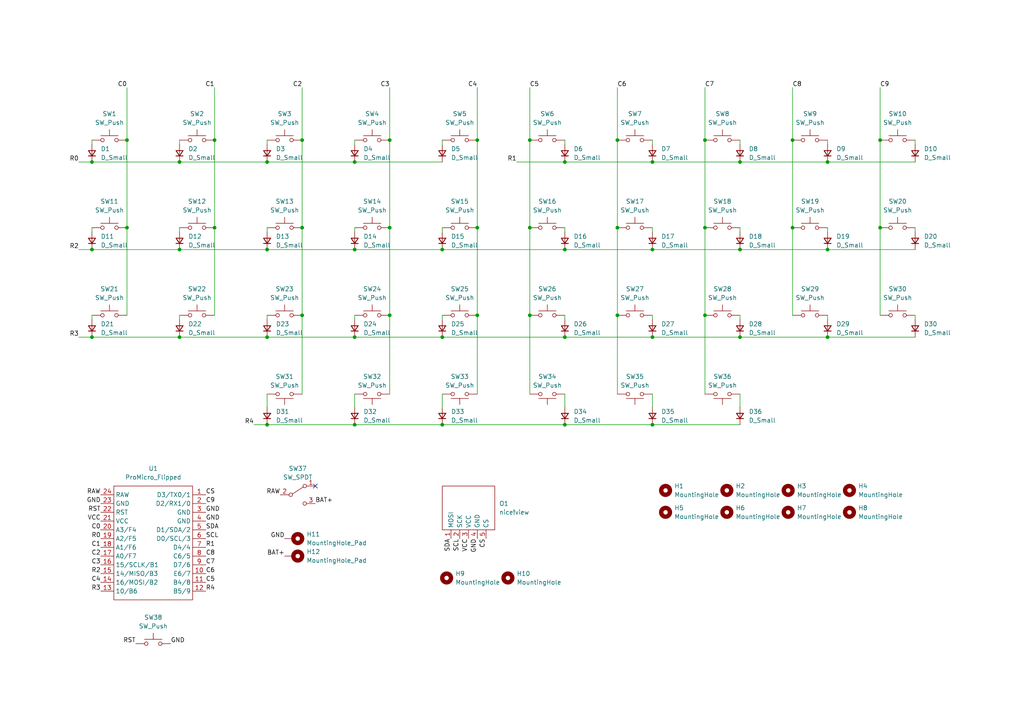
<source format=kicad_sch>
(kicad_sch (version 20230121) (generator eeschema)
  (paper "A4")
  (lib_symbols
    (symbol "Device:D_Small" (pin_numbers hide) (pin_names (offset 0.254) hide)
      (property "Reference" "D" (at -1.27 2.032 0))
      (property "Value" "D_Small" (at -3.81 -2.032 0))
      (symbol "D_Small_0_1"
        (polyline (pts (xy -0.762 -1.016) (xy -0.762 1.016)) (stroke (width 0.254)))
        (polyline (pts (xy -0.762 0) (xy 0.762 0)))
        (polyline (pts (xy 0.762 -1.016) (xy -0.762 0) (xy 0.762 1.016) (xy 0.762 -1.016)) (stroke (width 0.254)))
      )
      (symbol "D_Small_1_1"
        (pin passive line (at -2.54 0 0) (length 1.778) (name "K") (number "1"))
        (pin passive line (at 2.54 0 180) (length 1.778) (name "A") (number "2"))
      )
    )
    (symbol "Mechanical:MountingHole" (pin_names (offset 1.016))
      (property "Reference" "H" (at 0 5.08 0))
      (property "Value" "MountingHole" (at 0 3.175 0))
      (symbol "MountingHole_0_1"
        (circle (center 0 0) (radius 1.27) (stroke (width 1.27)))
      )
    )
    (symbol "Mechanical:MountingHole_Pad" (pin_numbers hide) (pin_names (offset 1.016) hide)
      (property "Reference" "H" (at 0 6.35 0))
      (property "Value" "MountingHole_Pad" (at 0 4.445 0))
      (symbol "MountingHole_Pad_0_1"
        (circle (center 0 1.27) (radius 1.27) (stroke (width 1.27)))
      )
      (symbol "MountingHole_Pad_1_1"
        (pin input line (at 0 -2.54 90) (length 2.54) (name "1") (number "1"))
      )
    )
    (symbol "Switch:SW_Push" (pin_numbers hide) (pin_names (offset 1.016) hide)
      (property "Reference" "SW" (at 1.27 2.54 0))
      (property "Value" "SW_Push" (at 0 -1.524 0))
      (symbol "SW_Push_0_1"
        (circle (center -2.032 0) (radius 0.508))
        (polyline (pts (xy 0 1.27) (xy 0 3.048)))
        (polyline (pts (xy 2.54 1.27) (xy -2.54 1.27)))
        (circle (center 2.032 0) (radius 0.508))
        (pin passive line (at -5.08 0 0) (length 2.54) (name "1") (number "1"))
        (pin passive line (at 5.08 0 180) (length 2.54) (name "2") (number "2"))
      )
    )
    (symbol "Switch:SW_SPDT" (pin_names (offset 0) hide)
      (property "Reference" "SW" (at 0 4.318 0))
      (property "Value" "SW_SPDT" (at 0 -5.08 0))
      (symbol "SW_SPDT_0_0"
        (circle (center -2.032 0) (radius 0.508))
        (circle (center 2.032 -2.54) (radius 0.508))
      )
      (symbol "SW_SPDT_0_1"
        (polyline (pts (xy -1.524 0.254) (xy 1.651 2.286)))
        (circle (center 2.032 2.54) (radius 0.508))
      )
      (symbol "SW_SPDT_1_1"
        (pin passive line (at 5.08 2.54 180) (length 2.54) (name "A") (number "1"))
        (pin passive line (at -5.08 0 0) (length 2.54) (name "B") (number "2"))
        (pin passive line (at 5.08 -2.54 180) (length 2.54) (name "C") (number "3"))
      )
    )
    (symbol "keeb-parts:ProMicro_Flipped"
      (property "Reference" "U" (at 0 17.78 0))
      (property "Value" "ProMicro_Flipped" (at 0 -17.78 0))
      (symbol "ProMicro_Flipped_0_1"
        (rectangle (start -11.43 16.51) (end 11.43 -16.51))
      )
      (symbol "ProMicro_Flipped_1_1"
        (pin bidirectional line (at 15.24 13.97 180) (length 3.81) (name "D3/TX0/1") (number "1"))
        (pin bidirectional line (at 15.24 -8.89 180) (length 3.81) (name "E6/7") (number "10"))
        (pin bidirectional line (at 15.24 -11.43 180) (length 3.81) (name "B4/8") (number "11"))
        (pin bidirectional line (at 15.24 -13.97 180) (length 3.81) (name "B5/9") (number "12"))
        (pin bidirectional line (at -15.24 -13.97 0) (length 3.81) (name "10/B6") (number "13"))
        (pin bidirectional line (at -15.24 -11.43 0) (length 3.81) (name "16/MOSI/B2") (number "14"))
        (pin bidirectional line (at -15.24 -8.89 0) (length 3.81) (name "14/MISO/B3") (number "15"))
        (pin bidirectional line (at -15.24 -6.35 0) (length 3.81) (name "15/SCLK/B1") (number "16"))
        (pin bidirectional line (at -15.24 -3.81 0) (length 3.81) (name "A0/F7") (number "17"))
        (pin bidirectional line (at -15.24 -1.27 0) (length 3.81) (name "A1/F6") (number "18"))
        (pin bidirectional line (at -15.24 1.27 0) (length 3.81) (name "A2/F5") (number "19"))
        (pin bidirectional line (at 15.24 11.43 180) (length 3.81) (name "D2/RX1/0") (number "2"))
        (pin bidirectional line (at -15.24 3.81 0) (length 3.81) (name "A3/F4") (number "20"))
        (pin power_in line (at -15.24 6.35 0) (length 3.81) (name "VCC") (number "21"))
        (pin input line (at -15.24 8.89 0) (length 3.81) (name "RST") (number "22"))
        (pin power_in line (at -15.24 11.43 0) (length 3.81) (name "GND") (number "23"))
        (pin power_out line (at -15.24 13.97 0) (length 3.81) (name "RAW") (number "24"))
        (pin power_in line (at 15.24 8.89 180) (length 3.81) (name "GND") (number "3"))
        (pin power_in line (at 15.24 6.35 180) (length 3.81) (name "GND") (number "4"))
        (pin bidirectional line (at 15.24 3.81 180) (length 3.81) (name "D1/SDA/2") (number "5"))
        (pin bidirectional line (at 15.24 1.27 180) (length 3.81) (name "D0/SCL/3") (number "6"))
        (pin bidirectional line (at 15.24 -1.27 180) (length 3.81) (name "D4/4") (number "7"))
        (pin bidirectional line (at 15.24 -3.81 180) (length 3.81) (name "C6/5") (number "8"))
        (pin bidirectional line (at 15.24 -6.35 180) (length 3.81) (name "D7/6") (number "9"))
      )
    )
    (symbol "keeb-parts:nice!view"
      (property "Reference" "O" (at 0 7.62 0))
      (property "Value" "nice!view" (at 0 1.27 0))
      (symbol "nice!view_0_1"
        (rectangle (start -7.62 -6.35) (end 7.62 6.35))
      )
      (symbol "nice!view_1_1"
        (pin bidirectional line (at -5.08 -8.89 90) (length 2.54) (name "MOSI") (number "1"))
        (pin bidirectional line (at -2.54 -8.89 90) (length 2.54) (name "SCK") (number "2"))
        (pin power_in line (at 0 -8.89 90) (length 2.54) (name "VCC") (number "3"))
        (pin power_in line (at 2.54 -8.89 90) (length 2.54) (name "GND") (number "4"))
        (pin bidirectional line (at 5.08 -8.89 90) (length 2.54) (name "CS") (number "5"))
      )
    )
  )
  (junction (at 26.67 72.39))
  (junction (at 153.67 91.44))
  (junction (at 138.43 40.64))
  (junction (at 255.27 40.64))
  (junction (at 163.83 123.19))
  (junction (at 128.27 72.39))
  (junction (at 153.67 66.04))
  (junction (at 229.87 40.64))
  (junction (at 77.47 46.99))
  (junction (at 189.23 72.39))
  (junction (at 189.23 97.79))
  (junction (at 87.63 91.44))
  (junction (at 26.67 97.79))
  (junction (at 36.83 40.64))
  (junction (at 113.03 40.64))
  (junction (at 163.83 46.99))
  (junction (at 204.47 40.64))
  (junction (at 52.07 97.79))
  (junction (at 36.83 66.04))
  (junction (at 240.03 97.79))
  (junction (at 77.47 72.39))
  (junction (at 102.87 123.19))
  (junction (at 77.47 123.19))
  (junction (at 179.07 40.64))
  (junction (at 229.87 66.04))
  (junction (at 102.87 97.79))
  (junction (at 128.27 97.79))
  (junction (at 214.63 72.39))
  (junction (at 214.63 46.99))
  (junction (at 62.23 66.04))
  (junction (at 138.43 91.44))
  (junction (at 204.47 66.04))
  (junction (at 163.83 72.39))
  (junction (at 138.43 66.04))
  (junction (at 128.27 123.19))
  (junction (at 204.47 91.44))
  (junction (at 240.03 72.39))
  (junction (at 255.27 66.04))
  (junction (at 179.07 66.04))
  (junction (at 62.23 40.64))
  (junction (at 102.87 72.39))
  (junction (at 52.07 46.99))
  (junction (at 87.63 66.04))
  (junction (at 26.67 46.99))
  (junction (at 102.87 46.99))
  (junction (at 153.67 40.64))
  (junction (at 189.23 123.19))
  (junction (at 113.03 66.04))
  (junction (at 240.03 46.99))
  (junction (at 179.07 91.44))
  (junction (at 214.63 97.79))
  (junction (at 163.83 97.79))
  (junction (at 189.23 46.99))
  (junction (at 87.63 40.64))
  (junction (at 77.47 97.79))
  (junction (at 113.03 91.44))
  (junction (at 52.07 72.39))
  (no_connect (at 91.44 140.97))
  (wire (pts (xy 138.43 91.44) (xy 138.43 114.3)))
  (wire (pts (xy 163.83 91.44) (xy 163.83 92.71)))
  (wire (pts (xy 265.43 91.44) (xy 265.43 92.71)))
  (wire (pts (xy 214.63 46.99) (xy 240.03 46.99)))
  (wire (pts (xy 73.66 123.19) (xy 77.47 123.19)))
  (wire (pts (xy 87.63 40.64) (xy 87.63 66.04)))
  (wire (pts (xy 77.47 67.31) (xy 77.47 66.04)))
  (wire (pts (xy 214.63 91.44) (xy 214.63 92.71)))
  (wire (pts (xy 189.23 66.04) (xy 189.23 67.31)))
  (wire (pts (xy 229.87 25.4) (xy 229.87 40.64)))
  (wire (pts (xy 163.83 114.3) (xy 163.83 118.11)))
  (wire (pts (xy 102.87 97.79) (xy 128.27 97.79)))
  (wire (pts (xy 138.43 66.04) (xy 138.43 91.44)))
  (wire (pts (xy 265.43 66.04) (xy 265.43 67.31)))
  (wire (pts (xy 26.67 46.99) (xy 52.07 46.99)))
  (wire (pts (xy 153.67 91.44) (xy 153.67 114.3)))
  (wire (pts (xy 214.63 72.39) (xy 240.03 72.39)))
  (wire (pts (xy 214.63 40.64) (xy 214.63 41.91)))
  (wire (pts (xy 229.87 40.64) (xy 229.87 66.04)))
  (wire (pts (xy 189.23 114.3) (xy 189.23 118.11)))
  (wire (pts (xy 163.83 123.19) (xy 189.23 123.19)))
  (wire (pts (xy 62.23 66.04) (xy 62.23 91.44)))
  (wire (pts (xy 52.07 46.99) (xy 77.47 46.99)))
  (wire (pts (xy 36.83 40.64) (xy 36.83 66.04)))
  (wire (pts (xy 26.67 92.71) (xy 26.67 91.44)))
  (wire (pts (xy 153.67 25.4) (xy 153.67 40.64)))
  (wire (pts (xy 77.47 92.71) (xy 77.47 91.44)))
  (wire (pts (xy 36.83 66.04) (xy 36.83 91.44)))
  (wire (pts (xy 26.67 97.79) (xy 52.07 97.79)))
  (wire (pts (xy 62.23 25.4) (xy 62.23 40.64)))
  (wire (pts (xy 189.23 72.39) (xy 214.63 72.39)))
  (wire (pts (xy 22.86 72.39) (xy 26.67 72.39)))
  (wire (pts (xy 77.47 97.79) (xy 102.87 97.79)))
  (wire (pts (xy 36.83 25.4) (xy 36.83 40.64)))
  (wire (pts (xy 179.07 40.64) (xy 179.07 66.04)))
  (wire (pts (xy 52.07 97.79) (xy 77.47 97.79)))
  (wire (pts (xy 102.87 123.19) (xy 128.27 123.19)))
  (wire (pts (xy 240.03 66.04) (xy 240.03 67.31)))
  (wire (pts (xy 255.27 40.64) (xy 255.27 66.04)))
  (wire (pts (xy 87.63 66.04) (xy 87.63 91.44)))
  (wire (pts (xy 102.87 46.99) (xy 128.27 46.99)))
  (wire (pts (xy 102.87 72.39) (xy 128.27 72.39)))
  (wire (pts (xy 102.87 67.31) (xy 102.87 66.04)))
  (wire (pts (xy 204.47 91.44) (xy 204.47 114.3)))
  (wire (pts (xy 77.47 41.91) (xy 77.47 40.64)))
  (wire (pts (xy 113.03 66.04) (xy 113.03 91.44)))
  (wire (pts (xy 138.43 25.4) (xy 138.43 40.64)))
  (wire (pts (xy 179.07 66.04) (xy 179.07 91.44)))
  (wire (pts (xy 138.43 40.64) (xy 138.43 66.04)))
  (wire (pts (xy 102.87 92.71) (xy 102.87 91.44)))
  (wire (pts (xy 189.23 97.79) (xy 214.63 97.79)))
  (wire (pts (xy 52.07 41.91) (xy 52.07 40.64)))
  (wire (pts (xy 22.86 46.99) (xy 26.67 46.99)))
  (wire (pts (xy 113.03 40.64) (xy 113.03 66.04)))
  (wire (pts (xy 255.27 25.4) (xy 255.27 40.64)))
  (wire (pts (xy 179.07 25.4) (xy 179.07 40.64)))
  (wire (pts (xy 128.27 97.79) (xy 163.83 97.79)))
  (wire (pts (xy 87.63 91.44) (xy 87.63 114.3)))
  (wire (pts (xy 62.23 40.64) (xy 62.23 66.04)))
  (wire (pts (xy 52.07 67.31) (xy 52.07 66.04)))
  (wire (pts (xy 52.07 92.71) (xy 52.07 91.44)))
  (wire (pts (xy 26.67 41.91) (xy 26.67 40.64)))
  (wire (pts (xy 77.47 46.99) (xy 102.87 46.99)))
  (wire (pts (xy 214.63 66.04) (xy 214.63 67.31)))
  (wire (pts (xy 214.63 97.79) (xy 240.03 97.79)))
  (wire (pts (xy 128.27 67.31) (xy 128.27 66.04)))
  (wire (pts (xy 77.47 114.3) (xy 77.47 118.11)))
  (wire (pts (xy 189.23 40.64) (xy 189.23 41.91)))
  (wire (pts (xy 113.03 91.44) (xy 113.03 114.3)))
  (wire (pts (xy 163.83 66.04) (xy 163.83 67.31)))
  (wire (pts (xy 128.27 114.3) (xy 128.27 118.11)))
  (wire (pts (xy 189.23 123.19) (xy 214.63 123.19)))
  (wire (pts (xy 77.47 72.39) (xy 102.87 72.39)))
  (wire (pts (xy 265.43 40.64) (xy 265.43 41.91)))
  (wire (pts (xy 163.83 41.91) (xy 163.83 40.64)))
  (wire (pts (xy 128.27 72.39) (xy 163.83 72.39)))
  (wire (pts (xy 229.87 66.04) (xy 229.87 91.44)))
  (wire (pts (xy 204.47 25.4) (xy 204.47 40.64)))
  (wire (pts (xy 113.03 25.4) (xy 113.03 40.64)))
  (wire (pts (xy 26.67 72.39) (xy 52.07 72.39)))
  (wire (pts (xy 149.86 46.99) (xy 163.83 46.99)))
  (wire (pts (xy 102.87 114.3) (xy 102.87 118.11)))
  (wire (pts (xy 87.63 25.4) (xy 87.63 40.64)))
  (wire (pts (xy 153.67 66.04) (xy 153.67 91.44)))
  (wire (pts (xy 214.63 114.3) (xy 214.63 118.11)))
  (wire (pts (xy 240.03 46.99) (xy 265.43 46.99)))
  (wire (pts (xy 77.47 123.19) (xy 102.87 123.19)))
  (wire (pts (xy 189.23 91.44) (xy 189.23 92.71)))
  (wire (pts (xy 52.07 72.39) (xy 77.47 72.39)))
  (wire (pts (xy 22.86 97.79) (xy 26.67 97.79)))
  (wire (pts (xy 128.27 92.71) (xy 128.27 91.44)))
  (wire (pts (xy 102.87 41.91) (xy 102.87 40.64)))
  (wire (pts (xy 128.27 41.91) (xy 128.27 40.64)))
  (wire (pts (xy 128.27 123.19) (xy 163.83 123.19)))
  (wire (pts (xy 204.47 66.04) (xy 204.47 91.44)))
  (wire (pts (xy 204.47 40.64) (xy 204.47 66.04)))
  (wire (pts (xy 255.27 66.04) (xy 255.27 91.44)))
  (wire (pts (xy 163.83 97.79) (xy 189.23 97.79)))
  (wire (pts (xy 26.67 67.31) (xy 26.67 66.04)))
  (wire (pts (xy 240.03 91.44) (xy 240.03 92.71)))
  (wire (pts (xy 240.03 40.64) (xy 240.03 41.91)))
  (wire (pts (xy 240.03 97.79) (xy 265.43 97.79)))
  (wire (pts (xy 189.23 46.99) (xy 214.63 46.99)))
  (wire (pts (xy 153.67 40.64) (xy 153.67 66.04)))
  (wire (pts (xy 163.83 72.39) (xy 189.23 72.39)))
  (wire (pts (xy 163.83 46.99) (xy 189.23 46.99)))
  (wire (pts (xy 179.07 91.44) (xy 179.07 114.3)))
  (wire (pts (xy 240.03 72.39) (xy 265.43 72.39)))
  (label "R0" (at 29.21 156.21 180))
  (label "C8" (at 229.87 25.4 0))
  (label "RAW" (at 29.21 143.51 180))
  (label "R1" (at 59.69 158.75 0))
  (label "BAT+" (at 82.55 161.29 180))
  (label "VCC" (at 29.21 151.13 180))
  (label "R3" (at 22.86 97.79 180))
  (label "C4" (at 29.21 168.91 180))
  (label "GND" (at 49.53 186.69 0))
  (label "C6" (at 179.07 25.4 0))
  (label "C7" (at 204.47 25.4 0))
  (label "CS" (at 59.69 143.51 0))
  (label "BAT+" (at 91.44 146.05 0))
  (label "GND" (at 29.21 146.05 180))
  (label "C2" (at 87.63 25.4 180))
  (label "C0" (at 29.21 153.67 180))
  (label "R3" (at 29.21 171.45 180))
  (label "SCL" (at 133.35 156.21 270))
  (label "C0" (at 36.83 25.4 180))
  (label "R1" (at 149.86 46.99 180))
  (label "R4" (at 73.66 123.19 180))
  (label "C1" (at 29.21 158.75 180))
  (label "C9" (at 59.69 146.05 0))
  (label "R2" (at 22.86 72.39 180))
  (label "GND" (at 59.69 148.59 0))
  (label "GND" (at 138.43 156.21 270))
  (label "RAW" (at 81.28 143.51 180))
  (label "C8" (at 59.69 161.29 0))
  (label "C7" (at 59.69 163.83 0))
  (label "R4" (at 59.69 171.45 0))
  (label "C6" (at 59.69 166.37 0))
  (label "C5" (at 59.69 168.91 0))
  (label "GND" (at 82.55 156.21 180))
  (label "C4" (at 138.43 25.4 180))
  (label "C3" (at 113.03 25.4 180))
  (label "C5" (at 153.67 25.4 0))
  (label "C9" (at 255.27 25.4 0))
  (label "RST" (at 29.21 148.59 180))
  (label "SCL" (at 59.69 156.21 0))
  (label "RST" (at 39.37 186.69 180))
  (label "R0" (at 22.86 46.99 180))
  (label "C2" (at 29.21 161.29 180))
  (label "GND" (at 59.69 151.13 0))
  (label "VCC" (at 135.89 156.21 270))
  (label "C3" (at 29.21 163.83 180))
  (label "C1" (at 62.23 25.4 180))
  (label "CS" (at 140.97 156.21 270))
  (label "R2" (at 29.21 166.37 180))
  (label "SDA" (at 59.69 153.67 0))
  (label "SDA" (at 130.81 156.21 270))
  (symbol (lib_id "Switch:SW_Push") (at 31.75 91.44 0) (unit 1)
    (property "Reference" "SW21" (at 31.75 83.82 0))
    (property "Value" "SW_Push" (at 31.75 86.36 0))
    (property "Footprint" "MX_Hotswap:MX-Hotswap-1U" (effects hide))
  )
  (symbol (lib_id "Device:D_Small") (at 240.03 95.25 90) (unit 1)
    (property "Reference" "D29" (at 242.57 93.9799 90) (effects (justify right)))
    (property "Value" "D_Small" (at 242.57 96.5199 90) (effects (justify right)))
    (property "Footprint" "keeb-parts:Diode_SMD" (effects hide))
  )
  (symbol (lib_id "Device:D_Small") (at 163.83 44.45 90) (unit 1)
    (property "Reference" "D6" (at 166.37 43.1799 90) (effects (justify right)))
    (property "Value" "D_Small" (at 166.37 45.7199 90) (effects (justify right)))
    (property "Footprint" "keeb-parts:Diode_SMD" (effects hide))
  )
  (symbol (lib_id "Device:D_Small") (at 214.63 95.25 90) (unit 1)
    (property "Reference" "D28" (at 217.17 93.9799 90) (effects (justify right)))
    (property "Value" "D_Small" (at 217.17 96.5199 90) (effects (justify right)))
    (property "Footprint" "keeb-parts:Diode_SMD" (effects hide))
  )
  (symbol (lib_id "Switch:SW_Push") (at 107.95 66.04 0) (unit 1)
    (property "Reference" "SW14" (at 107.95 58.42 0))
    (property "Value" "SW_Push" (at 107.95 60.96 0))
    (property "Footprint" "MX_Hotswap:MX-Hotswap-1U" (effects hide))
  )
  (symbol (lib_id "Switch:SW_Push") (at 133.35 66.04 0) (unit 1)
    (property "Reference" "SW15" (at 133.35 58.42 0))
    (property "Value" "SW_Push" (at 133.35 60.96 0))
    (property "Footprint" "MX_Hotswap:MX-Hotswap-1U" (effects hide))
  )
  (symbol (lib_id "Device:D_Small") (at 214.63 120.65 90) (unit 1)
    (property "Reference" "D36" (at 217.17 119.3799 90) (effects (justify right)))
    (property "Value" "D_Small" (at 217.17 121.9199 90) (effects (justify right)))
    (property "Footprint" "keeb-parts:Diode_SMD" (effects hide))
  )
  (symbol (lib_id "Switch:SW_Push") (at 82.55 91.44 0) (unit 1)
    (property "Reference" "SW23" (at 82.55 83.82 0))
    (property "Value" "SW_Push" (at 82.55 86.36 0))
    (property "Footprint" "MX_Hotswap:MX-Hotswap-1U" (effects hide))
  )
  (symbol (lib_id "Switch:SW_Push") (at 31.75 66.04 0) (unit 1)
    (property "Reference" "SW11" (at 31.75 58.42 0))
    (property "Value" "SW_Push" (at 31.75 60.96 0))
    (property "Footprint" "MX_Hotswap:MX-Hotswap-1U" (effects hide))
  )
  (symbol (lib_id "Device:D_Small") (at 128.27 95.25 90) (unit 1)
    (property "Reference" "D25" (at 130.81 93.9799 90) (effects (justify right)))
    (property "Value" "D_Small" (at 130.81 96.5199 90) (effects (justify right)))
    (property "Footprint" "keeb-parts:Diode_SMD" (effects hide))
  )
  (symbol (lib_id "Mechanical:MountingHole") (at 228.6 142.24 0) (unit 1)
    (property "Reference" "H3" (at 231.14 140.9699 0) (effects (justify left)))
    (property "Value" "MountingHole" (at 231.14 143.5099 0) (effects (justify left)))
    (property "Footprint" "keeb-parts:M2_StandoffHole" (effects hide))
  )
  (symbol (lib_id "Device:D_Small") (at 77.47 69.85 90) (unit 1)
    (property "Reference" "D13" (at 80.01 68.5799 90) (effects (justify right)))
    (property "Value" "D_Small" (at 80.01 71.1199 90) (effects (justify right)))
    (property "Footprint" "keeb-parts:Diode_SMD" (effects hide))
  )
  (symbol (lib_id "Switch:SW_Push") (at 260.35 91.44 0) (unit 1)
    (property "Reference" "SW30" (at 260.35 83.82 0))
    (property "Value" "SW_Push" (at 260.35 86.36 0))
    (property "Footprint" "MX_Hotswap:MX-Hotswap-1U" (effects hide))
  )
  (symbol (lib_id "Device:D_Small") (at 102.87 44.45 90) (unit 1)
    (property "Reference" "D4" (at 105.41 43.1799 90) (effects (justify right)))
    (property "Value" "D_Small" (at 105.41 45.7199 90) (effects (justify right)))
    (property "Footprint" "keeb-parts:Diode_SMD" (effects hide))
  )
  (symbol (lib_id "Device:D_Small") (at 163.83 95.25 90) (unit 1)
    (property "Reference" "D26" (at 166.37 93.9799 90) (effects (justify right)))
    (property "Value" "D_Small" (at 166.37 96.5199 90) (effects (justify right)))
    (property "Footprint" "keeb-parts:Diode_SMD" (effects hide))
  )
  (symbol (lib_id "Device:D_Small") (at 102.87 95.25 90) (unit 1)
    (property "Reference" "D24" (at 105.41 93.9799 90) (effects (justify right)))
    (property "Value" "D_Small" (at 105.41 96.5199 90) (effects (justify right)))
    (property "Footprint" "keeb-parts:Diode_SMD" (effects hide))
  )
  (symbol (lib_id "Device:D_Small") (at 52.07 44.45 90) (unit 1)
    (property "Reference" "D2" (at 54.61 43.1799 90) (effects (justify right)))
    (property "Value" "D_Small" (at 54.61 45.7199 90) (effects (justify right)))
    (property "Footprint" "keeb-parts:Diode_SMD" (effects hide))
  )
  (symbol (lib_id "Switch:SW_Push") (at 82.55 40.64 0) (unit 1)
    (property "Reference" "SW3" (at 82.55 33.02 0))
    (property "Value" "SW_Push" (at 82.55 35.56 0))
    (property "Footprint" "MX_Hotswap:MX-Hotswap-1U" (effects hide))
  )
  (symbol (lib_id "Mechanical:MountingHole") (at 129.54 167.64 0) (unit 1)
    (property "Reference" "H9" (at 132.08 166.3699 0) (effects (justify left)))
    (property "Value" "MountingHole" (at 132.08 168.9099 0) (effects (justify left)))
    (property "Footprint" "keeb-parts:M2_ScrewHole" (effects hide))
  )
  (symbol (lib_id "Switch:SW_Push") (at 260.35 66.04 0) (unit 1)
    (property "Reference" "SW20" (at 260.35 58.42 0))
    (property "Value" "SW_Push" (at 260.35 60.96 0))
    (property "Footprint" "MX_Hotswap:MX-Hotswap-1U" (effects hide))
  )
  (symbol (lib_id "Mechanical:MountingHole") (at 147.32 167.64 0) (unit 1)
    (property "Reference" "H10" (at 149.86 166.3699 0) (effects (justify left)))
    (property "Value" "MountingHole" (at 149.86 168.9099 0) (effects (justify left)))
    (property "Footprint" "keeb-parts:M2_ScrewHole" (effects hide))
  )
  (symbol (lib_id "Switch:SW_Push") (at 107.95 114.3 180) (unit 1)
    (property "Reference" "SW32" (at 107.95 109.22 0))
    (property "Value" "SW_Push" (at 107.95 111.76 0))
    (property "Footprint" "MX_Hotswap:MX-Hotswap-1U" (effects hide))
  )
  (symbol (lib_id "Device:D_Small") (at 128.27 44.45 90) (unit 1)
    (property "Reference" "D5" (at 130.81 43.1799 90) (effects (justify right)))
    (property "Value" "D_Small" (at 130.81 45.7199 90) (effects (justify right)))
    (property "Footprint" "keeb-parts:Diode_SMD" (effects hide))
  )
  (symbol (lib_id "Device:D_Small") (at 77.47 44.45 90) (unit 1)
    (property "Reference" "D3" (at 80.01 43.1799 90) (effects (justify right)))
    (property "Value" "D_Small" (at 80.01 45.7199 90) (effects (justify right)))
    (property "Footprint" "keeb-parts:Diode_SMD" (effects hide))
  )
  (symbol (lib_id "Device:D_Small") (at 189.23 95.25 90) (unit 1)
    (property "Reference" "D27" (at 191.77 93.9799 90) (effects (justify right)))
    (property "Value" "D_Small" (at 191.77 96.5199 90) (effects (justify right)))
    (property "Footprint" "keeb-parts:Diode_SMD" (effects hide))
  )
  (symbol (lib_id "Device:D_Small") (at 26.67 69.85 90) (unit 1)
    (property "Reference" "D11" (at 29.21 68.5799 90) (effects (justify right)))
    (property "Value" "D_Small" (at 29.21 71.1199 90) (effects (justify right)))
    (property "Footprint" "keeb-parts:Diode_SMD" (effects hide))
  )
  (symbol (lib_id "Device:D_Small") (at 102.87 69.85 90) (unit 1)
    (property "Reference" "D14" (at 105.41 68.5799 90) (effects (justify right)))
    (property "Value" "D_Small" (at 105.41 71.1199 90) (effects (justify right)))
    (property "Footprint" "keeb-parts:Diode_SMD" (effects hide))
  )
  (symbol (lib_id "Mechanical:MountingHole_Pad") (at 85.09 161.29 270) (unit 1)
    (property "Reference" "H12" (at 88.9 160.0199 90) (effects (justify left)))
    (property "Value" "MountingHole_Pad" (at 88.9 162.5599 90) (effects (justify left)))
    (property "Footprint" "keeb-parts:TH" (effects hide))
  )
  (symbol (lib_id "Device:D_Small") (at 189.23 44.45 90) (unit 1)
    (property "Reference" "D7" (at 191.77 43.1799 90) (effects (justify right)))
    (property "Value" "D_Small" (at 191.77 45.7199 90) (effects (justify right)))
    (property "Footprint" "keeb-parts:Diode_SMD" (effects hide))
  )
  (symbol (lib_id "Device:D_Small") (at 77.47 95.25 90) (unit 1)
    (property "Reference" "D23" (at 80.01 93.9799 90) (effects (justify right)))
    (property "Value" "D_Small" (at 80.01 96.5199 90) (effects (justify right)))
    (property "Footprint" "keeb-parts:Diode_SMD" (effects hide))
  )
  (symbol (lib_id "Device:D_Small") (at 26.67 44.45 90) (unit 1)
    (property "Reference" "D1" (at 29.21 43.1799 90) (effects (justify right)))
    (property "Value" "D_Small" (at 29.21 45.7199 90) (effects (justify right)))
    (property "Footprint" "keeb-parts:Diode_SMD" (effects hide))
  )
  (symbol (lib_id "Mechanical:MountingHole_Pad") (at 85.09 156.21 270) (unit 1)
    (property "Reference" "H11" (at 88.9 154.9399 90) (effects (justify left)))
    (property "Value" "MountingHole_Pad" (at 88.9 157.4799 90) (effects (justify left)))
    (property "Footprint" "keeb-parts:TH" (effects hide))
  )
  (symbol (lib_id "Device:D_Small") (at 265.43 69.85 90) (unit 1)
    (property "Reference" "D20" (at 267.97 68.5799 90) (effects (justify right)))
    (property "Value" "D_Small" (at 267.97 71.1199 90) (effects (justify right)))
    (property "Footprint" "keeb-parts:Diode_SMD" (effects hide))
  )
  (symbol (lib_id "keeb-parts:nice!view") (at 135.89 147.32 0) (unit 1)
    (property "Reference" "O1" (at 144.78 146.0499 0) (effects (justify left)))
    (property "Value" "nice!view" (at 144.78 148.5899 0) (effects (justify left)))
    (property "Footprint" "keeb-parts:nice!view" (effects hide))
  )
  (symbol (lib_id "Mechanical:MountingHole") (at 246.38 148.59 0) (unit 1)
    (property "Reference" "H8" (at 248.92 147.3199 0) (effects (justify left)))
    (property "Value" "MountingHole" (at 248.92 149.8599 0) (effects (justify left)))
    (property "Footprint" "keeb-parts:M2_StandoffHole" (effects hide))
  )
  (symbol (lib_id "Device:D_Small") (at 163.83 69.85 90) (unit 1)
    (property "Reference" "D16" (at 166.37 68.5799 90) (effects (justify right)))
    (property "Value" "D_Small" (at 166.37 71.1199 90) (effects (justify right)))
    (property "Footprint" "keeb-parts:Diode_SMD" (effects hide))
  )
  (symbol (lib_id "Switch:SW_Push") (at 158.75 40.64 0) (unit 1)
    (property "Reference" "SW6" (at 158.75 33.02 0))
    (property "Value" "SW_Push" (at 158.75 35.56 0))
    (property "Footprint" "MX_Hotswap:MX-Hotswap-1U" (effects hide))
  )
  (symbol (lib_id "Device:D_Small") (at 163.83 120.65 90) (unit 1)
    (property "Reference" "D34" (at 166.37 119.3799 90) (effects (justify right)))
    (property "Value" "D_Small" (at 166.37 121.9199 90) (effects (justify right)))
    (property "Footprint" "keeb-parts:Diode_SMD" (effects hide))
  )
  (symbol (lib_id "Device:D_Small") (at 240.03 44.45 90) (unit 1)
    (property "Reference" "D9" (at 242.57 43.1799 90) (effects (justify right)))
    (property "Value" "D_Small" (at 242.57 45.7199 90) (effects (justify right)))
    (property "Footprint" "keeb-parts:Diode_SMD" (effects hide))
  )
  (symbol (lib_id "Device:D_Small") (at 128.27 69.85 90) (unit 1)
    (property "Reference" "D15" (at 130.81 68.5799 90) (effects (justify right)))
    (property "Value" "D_Small" (at 130.81 71.1199 90) (effects (justify right)))
    (property "Footprint" "keeb-parts:Diode_SMD" (effects hide))
  )
  (symbol (lib_id "Device:D_Small") (at 52.07 69.85 90) (unit 1)
    (property "Reference" "D12" (at 54.61 68.5799 90) (effects (justify right)))
    (property "Value" "D_Small" (at 54.61 71.1199 90) (effects (justify right)))
    (property "Footprint" "keeb-parts:Diode_SMD" (effects hide))
  )
  (symbol (lib_id "Device:D_Small") (at 128.27 120.65 90) (unit 1)
    (property "Reference" "D33" (at 130.81 119.3799 90) (effects (justify right)))
    (property "Value" "D_Small" (at 130.81 121.9199 90) (effects (justify right)))
    (property "Footprint" "keeb-parts:Diode_SMD" (effects hide))
  )
  (symbol (lib_id "Switch:SW_Push") (at 234.95 66.04 0) (unit 1)
    (property "Reference" "SW19" (at 234.95 58.42 0))
    (property "Value" "SW_Push" (at 234.95 60.96 0))
    (property "Footprint" "MX_Hotswap:MX-Hotswap-1U" (effects hide))
  )
  (symbol (lib_id "Mechanical:MountingHole") (at 228.6 148.59 0) (unit 1)
    (property "Reference" "H7" (at 231.14 147.3199 0) (effects (justify left)))
    (property "Value" "MountingHole" (at 231.14 149.8599 0) (effects (justify left)))
    (property "Footprint" "keeb-parts:M2_StandoffHole" (effects hide))
  )
  (symbol (lib_id "Switch:SW_Push") (at 82.55 66.04 0) (unit 1)
    (property "Reference" "SW13" (at 82.55 58.42 0))
    (property "Value" "SW_Push" (at 82.55 60.96 0))
    (property "Footprint" "MX_Hotswap:MX-Hotswap-1U" (effects hide))
  )
  (symbol (lib_id "Mechanical:MountingHole") (at 193.04 142.24 0) (unit 1)
    (property "Reference" "H1" (at 195.58 140.9699 0) (effects (justify left)))
    (property "Value" "MountingHole" (at 195.58 143.5099 0) (effects (justify left)))
    (property "Footprint" "keeb-parts:M2_StandoffHole" (effects hide))
  )
  (symbol (lib_id "Device:D_Small") (at 265.43 95.25 90) (unit 1)
    (property "Reference" "D30" (at 267.97 93.9799 90) (effects (justify right)))
    (property "Value" "D_Small" (at 267.97 96.5199 90) (effects (justify right)))
    (property "Footprint" "keeb-parts:Diode_SMD" (effects hide))
  )
  (symbol (lib_id "Switch:SW_Push") (at 184.15 40.64 0) (unit 1)
    (property "Reference" "SW7" (at 184.15 33.02 0))
    (property "Value" "SW_Push" (at 184.15 35.56 0))
    (property "Footprint" "MX_Hotswap:MX-Hotswap-1U" (effects hide))
  )
  (symbol (lib_id "Device:D_Small") (at 189.23 120.65 90) (unit 1)
    (property "Reference" "D35" (at 191.77 119.3799 90) (effects (justify right)))
    (property "Value" "D_Small" (at 191.77 121.9199 90) (effects (justify right)))
    (property "Footprint" "keeb-parts:Diode_SMD" (effects hide))
  )
  (symbol (lib_id "Switch:SW_Push") (at 209.55 114.3 180) (unit 1)
    (property "Reference" "SW36" (at 209.55 109.22 0))
    (property "Value" "SW_Push" (at 209.55 111.76 0))
    (property "Footprint" "MX_Hotswap:MX-Hotswap-1U" (effects hide))
  )
  (symbol (lib_id "Switch:SW_Push") (at 158.75 66.04 0) (unit 1)
    (property "Reference" "SW16" (at 158.75 58.42 0))
    (property "Value" "SW_Push" (at 158.75 60.96 0))
    (property "Footprint" "MX_Hotswap:MX-Hotswap-1U" (effects hide))
  )
  (symbol (lib_id "Device:D_Small") (at 214.63 69.85 90) (unit 1)
    (property "Reference" "D18" (at 217.17 68.5799 90) (effects (justify right)))
    (property "Value" "D_Small" (at 217.17 71.1199 90) (effects (justify right)))
    (property "Footprint" "keeb-parts:Diode_SMD" (effects hide))
  )
  (symbol (lib_id "Device:D_Small") (at 214.63 44.45 90) (unit 1)
    (property "Reference" "D8" (at 217.17 43.1799 90) (effects (justify right)))
    (property "Value" "D_Small" (at 217.17 45.7199 90) (effects (justify right)))
    (property "Footprint" "keeb-parts:Diode_SMD" (effects hide))
  )
  (symbol (lib_id "Mechanical:MountingHole") (at 210.82 148.59 0) (unit 1)
    (property "Reference" "H6" (at 213.36 147.3199 0) (effects (justify left)))
    (property "Value" "MountingHole" (at 213.36 149.8599 0) (effects (justify left)))
    (property "Footprint" "keeb-parts:M2_StandoffHole" (effects hide))
  )
  (symbol (lib_id "Switch:SW_Push") (at 234.95 40.64 0) (unit 1)
    (property "Reference" "SW9" (at 234.95 33.02 0))
    (property "Value" "SW_Push" (at 234.95 35.56 0))
    (property "Footprint" "MX_Hotswap:MX-Hotswap-1U" (effects hide))
  )
  (symbol (lib_id "Switch:SW_Push") (at 82.55 114.3 180) (unit 1)
    (property "Reference" "SW31" (at 82.55 109.22 0))
    (property "Value" "SW_Push" (at 82.55 111.76 0))
    (property "Footprint" "MX_Hotswap:MX-Hotswap-1U" (effects hide))
  )
  (symbol (lib_id "Switch:SW_Push") (at 107.95 40.64 0) (unit 1)
    (property "Reference" "SW4" (at 107.95 33.02 0))
    (property "Value" "SW_Push" (at 107.95 35.56 0))
    (property "Footprint" "MX_Hotswap:MX-Hotswap-1U" (effects hide))
  )
  (symbol (lib_id "Switch:SW_Push") (at 44.45 186.69 0) (unit 1)
    (property "Reference" "SW38" (at 44.45 179.07 0))
    (property "Value" "SW_Push" (at 44.45 181.61 0))
    (property "Footprint" "keeb-parts:SW_Reset" (effects hide))
  )
  (symbol (lib_id "Switch:SW_Push") (at 184.15 66.04 0) (unit 1)
    (property "Reference" "SW17" (at 184.15 58.42 0))
    (property "Value" "SW_Push" (at 184.15 60.96 0))
    (property "Footprint" "MX_Hotswap:MX-Hotswap-1U" (effects hide))
  )
  (symbol (lib_id "Switch:SW_Push") (at 107.95 91.44 0) (unit 1)
    (property "Reference" "SW24" (at 107.95 83.82 0))
    (property "Value" "SW_Push" (at 107.95 86.36 0))
    (property "Footprint" "MX_Hotswap:MX-Hotswap-1U" (effects hide))
  )
  (symbol (lib_id "Device:D_Small") (at 189.23 69.85 90) (unit 1)
    (property "Reference" "D17" (at 191.77 68.5799 90) (effects (justify right)))
    (property "Value" "D_Small" (at 191.77 71.1199 90) (effects (justify right)))
    (property "Footprint" "keeb-parts:Diode_SMD" (effects hide))
  )
  (symbol (lib_id "keeb-parts:ProMicro_Flipped") (at 44.45 157.48 0) (unit 1)
    (property "Reference" "U1" (at 44.45 135.89 0))
    (property "Value" "ProMicro_Flipped" (at 44.45 138.43 0))
    (property "Footprint" "keeb-parts:ProMicro_Flipped" (effects hide))
  )
  (symbol (lib_id "Switch:SW_Push") (at 209.55 40.64 0) (unit 1)
    (property "Reference" "SW8" (at 209.55 33.02 0))
    (property "Value" "SW_Push" (at 209.55 35.56 0))
    (property "Footprint" "MX_Hotswap:MX-Hotswap-1U" (effects hide))
  )
  (symbol (lib_id "Switch:SW_Push") (at 31.75 40.64 0) (unit 1)
    (property "Reference" "SW1" (at 31.75 33.02 0))
    (property "Value" "SW_Push" (at 31.75 35.56 0))
    (property "Footprint" "MX_Hotswap:MX-Hotswap-1U" (effects hide))
  )
  (symbol (lib_id "Device:D_Small") (at 240.03 69.85 90) (unit 1)
    (property "Reference" "D19" (at 242.57 68.5799 90) (effects (justify right)))
    (property "Value" "D_Small" (at 242.57 71.1199 90) (effects (justify right)))
    (property "Footprint" "keeb-parts:Diode_SMD" (effects hide))
  )
  (symbol (lib_id "Mechanical:MountingHole") (at 193.04 148.59 0) (unit 1)
    (property "Reference" "H5" (at 195.58 147.3199 0) (effects (justify left)))
    (property "Value" "MountingHole" (at 195.58 149.8599 0) (effects (justify left)))
    (property "Footprint" "keeb-parts:M2_StandoffHole" (effects hide))
  )
  (symbol (lib_id "Mechanical:MountingHole") (at 210.82 142.24 0) (unit 1)
    (property "Reference" "H2" (at 213.36 140.9699 0) (effects (justify left)))
    (property "Value" "MountingHole" (at 213.36 143.5099 0) (effects (justify left)))
    (property "Footprint" "keeb-parts:M2_StandoffHole" (effects hide))
  )
  (symbol (lib_id "Device:D_Small") (at 26.67 95.25 90) (unit 1)
    (property "Reference" "D21" (at 29.21 93.9799 90) (effects (justify right)))
    (property "Value" "D_Small" (at 29.21 96.5199 90) (effects (justify right)))
    (property "Footprint" "keeb-parts:Diode_SMD" (effects hide))
  )
  (symbol (lib_id "Switch:SW_SPDT") (at 86.36 143.51 0) (unit 1)
    (property "Reference" "SW37" (at 86.36 135.89 0))
    (property "Value" "SW_SPDT" (at 86.36 138.43 0))
    (property "Footprint" "Button_Switch_SMD:SW_SPDT_PCM12" (effects hide))
  )
  (symbol (lib_id "Switch:SW_Push") (at 184.15 114.3 180) (unit 1)
    (property "Reference" "SW35" (at 184.15 109.22 0))
    (property "Value" "SW_Push" (at 184.15 111.76 0))
    (property "Footprint" "MX_Hotswap:MX-Hotswap-1U" (effects hide))
  )
  (symbol (lib_id "Switch:SW_Push") (at 158.75 91.44 0) (unit 1)
    (property "Reference" "SW26" (at 158.75 83.82 0))
    (property "Value" "SW_Push" (at 158.75 86.36 0))
    (property "Footprint" "MX_Hotswap:MX-Hotswap-1U" (effects hide))
  )
  (symbol (lib_id "Mechanical:MountingHole") (at 246.38 142.24 0) (unit 1)
    (property "Reference" "H4" (at 248.92 140.9699 0) (effects (justify left)))
    (property "Value" "MountingHole" (at 248.92 143.5099 0) (effects (justify left)))
    (property "Footprint" "keeb-parts:M2_StandoffHole" (effects hide))
  )
  (symbol (lib_id "Switch:SW_Push") (at 57.15 40.64 0) (unit 1)
    (property "Reference" "SW2" (at 57.15 33.02 0))
    (property "Value" "SW_Push" (at 57.15 35.56 0))
    (property "Footprint" "MX_Hotswap:MX-Hotswap-1U" (effects hide))
  )
  (symbol (lib_id "Switch:SW_Push") (at 209.55 66.04 0) (unit 1)
    (property "Reference" "SW18" (at 209.55 58.42 0))
    (property "Value" "SW_Push" (at 209.55 60.96 0))
    (property "Footprint" "MX_Hotswap:MX-Hotswap-1U" (effects hide))
  )
  (symbol (lib_id "Switch:SW_Push") (at 209.55 91.44 0) (unit 1)
    (property "Reference" "SW28" (at 209.55 83.82 0))
    (property "Value" "SW_Push" (at 209.55 86.36 0))
    (property "Footprint" "MX_Hotswap:MX-Hotswap-1U" (effects hide))
  )
  (symbol (lib_id "Device:D_Small") (at 265.43 44.45 90) (unit 1)
    (property "Reference" "D10" (at 267.97 43.1799 90) (effects (justify right)))
    (property "Value" "D_Small" (at 267.97 45.7199 90) (effects (justify right)))
    (property "Footprint" "keeb-parts:Diode_SMD" (effects hide))
  )
  (symbol (lib_id "Switch:SW_Push") (at 133.35 40.64 0) (unit 1)
    (property "Reference" "SW5" (at 133.35 33.02 0))
    (property "Value" "SW_Push" (at 133.35 35.56 0))
    (property "Footprint" "MX_Hotswap:MX-Hotswap-1U" (effects hide))
  )
  (symbol (lib_id "Switch:SW_Push") (at 133.35 91.44 0) (unit 1)
    (property "Reference" "SW25" (at 133.35 83.82 0))
    (property "Value" "SW_Push" (at 133.35 86.36 0))
    (property "Footprint" "MX_Hotswap:MX-Hotswap-1U" (effects hide))
  )
  (symbol (lib_id "Switch:SW_Push") (at 184.15 91.44 0) (unit 1)
    (property "Reference" "SW27" (at 184.15 83.82 0))
    (property "Value" "SW_Push" (at 184.15 86.36 0))
    (property "Footprint" "MX_Hotswap:MX-Hotswap-1U" (effects hide))
  )
  (symbol (lib_id "Switch:SW_Push") (at 260.35 40.64 0) (unit 1)
    (property "Reference" "SW10" (at 260.35 33.02 0))
    (property "Value" "SW_Push" (at 260.35 35.56 0))
    (property "Footprint" "MX_Hotswap:MX-Hotswap-1U" (effects hide))
  )
  (symbol (lib_id "Device:D_Small") (at 52.07 95.25 90) (unit 1)
    (property "Reference" "D22" (at 54.61 93.9799 90) (effects (justify right)))
    (property "Value" "D_Small" (at 54.61 96.5199 90) (effects (justify right)))
    (property "Footprint" "keeb-parts:Diode_SMD" (effects hide))
  )
  (symbol (lib_id "Switch:SW_Push") (at 158.75 114.3 180) (unit 1)
    (property "Reference" "SW34" (at 158.75 109.22 0))
    (property "Value" "SW_Push" (at 158.75 111.76 0))
    (property "Footprint" "MX_Hotswap:MX-Hotswap-1U" (effects hide))
  )
  (symbol (lib_id "Switch:SW_Push") (at 57.15 66.04 0) (unit 1)
    (property "Reference" "SW12" (at 57.15 58.42 0))
    (property "Value" "SW_Push" (at 57.15 60.96 0))
    (property "Footprint" "MX_Hotswap:MX-Hotswap-1U" (effects hide))
  )
  (symbol (lib_id "Switch:SW_Push") (at 234.95 91.44 0) (unit 1)
    (property "Reference" "SW29" (at 234.95 83.82 0))
    (property "Value" "SW_Push" (at 234.95 86.36 0))
    (property "Footprint" "MX_Hotswap:MX-Hotswap-1U" (effects hide))
  )
  (symbol (lib_id "Switch:SW_Push") (at 57.15 91.44 0) (unit 1)
    (property "Reference" "SW22" (at 57.15 83.82 0))
    (property "Value" "SW_Push" (at 57.15 86.36 0))
    (property "Footprint" "MX_Hotswap:MX-Hotswap-1U" (effects hide))
  )
  (symbol (lib_id "Device:D_Small") (at 102.87 120.65 90) (unit 1)
    (property "Reference" "D32" (at 105.41 119.3799 90) (effects (justify right)))
    (property "Value" "D_Small" (at 105.41 121.9199 90) (effects (justify right)))
    (property "Footprint" "keeb-parts:Diode_SMD" (effects hide))
  )
  (symbol (lib_id "Device:D_Small") (at 77.47 120.65 90) (unit 1)
    (property "Reference" "D31" (at 80.01 119.3799 90) (effects (justify right)))
    (property "Value" "D_Small" (at 80.01 121.9199 90) (effects (justify right)))
    (property "Footprint" "keeb-parts:Diode_SMD" (effects hide))
  )
  (symbol (lib_id "Switch:SW_Push") (at 133.35 114.3 180) (unit 1)
    (property "Reference" "SW33" (at 133.35 109.22 0))
    (property "Value" "SW_Push" (at 133.35 111.76 0))
    (property "Footprint" "MX_Hotswap:MX-Hotswap-1U" (effects hide))
  )
)
</source>
